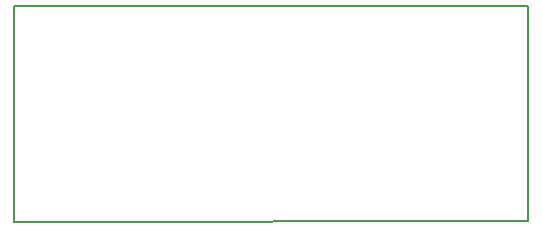
<source format=gbr>
G04 #@! TF.GenerationSoftware,KiCad,Pcbnew,(5.0.0)*
G04 #@! TF.CreationDate,2019-04-18T12:31:28+02:00*
G04 #@! TF.ProjectId,WateringSystem,5761746572696E6753797374656D2E6B,rev?*
G04 #@! TF.SameCoordinates,Original*
G04 #@! TF.FileFunction,Profile,NP*
%FSLAX46Y46*%
G04 Gerber Fmt 4.6, Leading zero omitted, Abs format (unit mm)*
G04 Created by KiCad (PCBNEW (5.0.0)) date 04/18/19 12:31:28*
%MOMM*%
%LPD*%
G01*
G04 APERTURE LIST*
%ADD10C,0.150000*%
G04 APERTURE END LIST*
D10*
X63670000Y-93522800D02*
X63670000Y-75234800D01*
X107238800Y-93497400D02*
X63670000Y-93522800D01*
X107238800Y-75234800D02*
X107238800Y-93497400D01*
X63670000Y-75234800D02*
X107238800Y-75234800D01*
M02*

</source>
